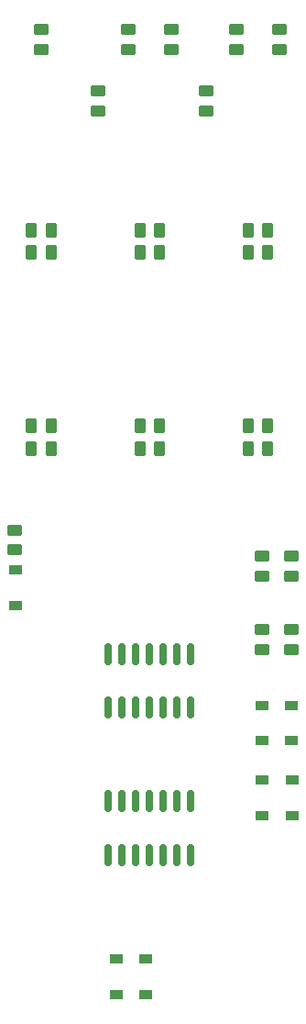
<source format=gbr>
%TF.GenerationSoftware,KiCad,Pcbnew,7.0.10-7.0.10~ubuntu22.04.1*%
%TF.CreationDate,2024-05-18T14:45:39+03:00*%
%TF.ProjectId,gtoe,67746f65-2e6b-4696-9361-645f70636258,rev?*%
%TF.SameCoordinates,Original*%
%TF.FileFunction,Paste,Bot*%
%TF.FilePolarity,Positive*%
%FSLAX46Y46*%
G04 Gerber Fmt 4.6, Leading zero omitted, Abs format (unit mm)*
G04 Created by KiCad (PCBNEW 7.0.10-7.0.10~ubuntu22.04.1) date 2024-05-18 14:45:39*
%MOMM*%
%LPD*%
G01*
G04 APERTURE LIST*
G04 Aperture macros list*
%AMRoundRect*
0 Rectangle with rounded corners*
0 $1 Rounding radius*
0 $2 $3 $4 $5 $6 $7 $8 $9 X,Y pos of 4 corners*
0 Add a 4 corners polygon primitive as box body*
4,1,4,$2,$3,$4,$5,$6,$7,$8,$9,$2,$3,0*
0 Add four circle primitives for the rounded corners*
1,1,$1+$1,$2,$3*
1,1,$1+$1,$4,$5*
1,1,$1+$1,$6,$7*
1,1,$1+$1,$8,$9*
0 Add four rect primitives between the rounded corners*
20,1,$1+$1,$2,$3,$4,$5,0*
20,1,$1+$1,$4,$5,$6,$7,0*
20,1,$1+$1,$6,$7,$8,$9,0*
20,1,$1+$1,$8,$9,$2,$3,0*%
G04 Aperture macros list end*
%ADD10R,1.200000X0.900000*%
%ADD11RoundRect,0.250000X-0.450000X0.262500X-0.450000X-0.262500X0.450000X-0.262500X0.450000X0.262500X0*%
%ADD12RoundRect,0.250000X0.262500X0.450000X-0.262500X0.450000X-0.262500X-0.450000X0.262500X-0.450000X0*%
%ADD13RoundRect,0.150000X-0.150000X0.825000X-0.150000X-0.825000X0.150000X-0.825000X0.150000X0.825000X0*%
%ADD14RoundRect,0.250000X0.450000X-0.262500X0.450000X0.262500X-0.450000X0.262500X-0.450000X-0.262500X0*%
G04 APERTURE END LIST*
D10*
%TO.C,D13*%
X114460000Y-129668000D03*
X114460000Y-132968000D03*
%TD*%
D11*
%TO.C,R24*%
X120000000Y-49587500D03*
X120000000Y-51412500D03*
%TD*%
%TO.C,R19*%
X122800000Y-43887500D03*
X122800000Y-45712500D03*
%TD*%
D10*
%TO.C,D9*%
X128000000Y-116450000D03*
X128000000Y-113150000D03*
%TD*%
%TO.C,D11*%
X127900000Y-109550000D03*
X127900000Y-106250000D03*
%TD*%
D12*
%TO.C,R9*%
X115712500Y-82600000D03*
X113887500Y-82600000D03*
%TD*%
D10*
%TO.C,D12*%
X111760000Y-129668000D03*
X111760000Y-132968000D03*
%TD*%
D12*
%TO.C,R3*%
X115712500Y-64500000D03*
X113887500Y-64500000D03*
%TD*%
D13*
%TO.C,U2*%
X110990000Y-115125000D03*
X112260000Y-115125000D03*
X113530000Y-115125000D03*
X114800000Y-115125000D03*
X116070000Y-115125000D03*
X117340000Y-115125000D03*
X118610000Y-115125000D03*
X118610000Y-120075000D03*
X117340000Y-120075000D03*
X116070000Y-120075000D03*
X114800000Y-120075000D03*
X113530000Y-120075000D03*
X112260000Y-120075000D03*
X110990000Y-120075000D03*
%TD*%
D11*
%TO.C,R23*%
X110000000Y-49587500D03*
X110000000Y-51412500D03*
%TD*%
%TO.C,R13*%
X104800000Y-43887500D03*
X104800000Y-45712500D03*
%TD*%
D12*
%TO.C,R7*%
X105712500Y-82600000D03*
X103887500Y-82600000D03*
%TD*%
%TO.C,R12*%
X125712500Y-80500000D03*
X123887500Y-80500000D03*
%TD*%
%TO.C,R10*%
X115712500Y-80500000D03*
X113887500Y-80500000D03*
%TD*%
D14*
%TO.C,R14*%
X102350000Y-91912500D03*
X102350000Y-90087500D03*
%TD*%
%TO.C,R22*%
X125200000Y-101112500D03*
X125200000Y-99287500D03*
%TD*%
D11*
%TO.C,R18*%
X116800000Y-43887500D03*
X116800000Y-45712500D03*
%TD*%
D12*
%TO.C,R2*%
X105712500Y-62400000D03*
X103887500Y-62400000D03*
%TD*%
%TO.C,R5*%
X125712500Y-64500000D03*
X123887500Y-64500000D03*
%TD*%
%TO.C,R11*%
X125712500Y-82600000D03*
X123887500Y-82600000D03*
%TD*%
D11*
%TO.C,R20*%
X127900000Y-99287500D03*
X127900000Y-101112500D03*
%TD*%
D10*
%TO.C,D8*%
X125200000Y-116450000D03*
X125200000Y-113150000D03*
%TD*%
D12*
%TO.C,R1*%
X105712500Y-64500000D03*
X103887500Y-64500000D03*
%TD*%
D11*
%TO.C,R15*%
X112800000Y-43887500D03*
X112800000Y-45712500D03*
%TD*%
D12*
%TO.C,R8*%
X105712500Y-80500000D03*
X103887500Y-80500000D03*
%TD*%
D13*
%TO.C,U1*%
X110990000Y-101525000D03*
X112260000Y-101525000D03*
X113530000Y-101525000D03*
X114800000Y-101525000D03*
X116070000Y-101525000D03*
X117340000Y-101525000D03*
X118610000Y-101525000D03*
X118610000Y-106475000D03*
X117340000Y-106475000D03*
X116070000Y-106475000D03*
X114800000Y-106475000D03*
X113530000Y-106475000D03*
X112260000Y-106475000D03*
X110990000Y-106475000D03*
%TD*%
D10*
%TO.C,D7*%
X102400000Y-97100000D03*
X102400000Y-93800000D03*
%TD*%
D11*
%TO.C,R21*%
X127900000Y-92487500D03*
X127900000Y-94312500D03*
%TD*%
D12*
%TO.C,R4*%
X115712500Y-62400000D03*
X113887500Y-62400000D03*
%TD*%
D14*
%TO.C,R17*%
X125200000Y-94312500D03*
X125200000Y-92487500D03*
%TD*%
D10*
%TO.C,D10*%
X125200000Y-109550000D03*
X125200000Y-106250000D03*
%TD*%
D12*
%TO.C,R6*%
X125712500Y-62400000D03*
X123887500Y-62400000D03*
%TD*%
D11*
%TO.C,R16*%
X126800000Y-43887500D03*
X126800000Y-45712500D03*
%TD*%
M02*

</source>
